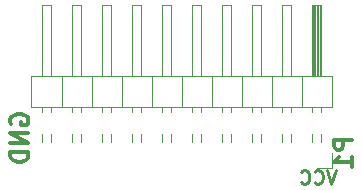
<source format=gbr>
G04 #@! TF.FileFunction,Legend,Bot*
%FSLAX46Y46*%
G04 Gerber Fmt 4.6, Leading zero omitted, Abs format (unit mm)*
G04 Created by KiCad (PCBNEW 4.0.5) date 05/28/17 11:37:27*
%MOMM*%
%LPD*%
G01*
G04 APERTURE LIST*
%ADD10C,0.150000*%
%ADD11C,0.285750*%
%ADD12C,0.304800*%
%ADD13C,0.120000*%
G04 APERTURE END LIST*
D10*
D11*
X42624000Y-7474071D02*
X42243000Y-8617071D01*
X41862000Y-7474071D01*
X40827857Y-8508214D02*
X40882286Y-8562643D01*
X41045572Y-8617071D01*
X41154429Y-8617071D01*
X41317714Y-8562643D01*
X41426572Y-8453786D01*
X41481000Y-8344929D01*
X41535429Y-8127214D01*
X41535429Y-7963929D01*
X41481000Y-7746214D01*
X41426572Y-7637357D01*
X41317714Y-7528500D01*
X41154429Y-7474071D01*
X41045572Y-7474071D01*
X40882286Y-7528500D01*
X40827857Y-7582929D01*
X39684857Y-8508214D02*
X39739286Y-8562643D01*
X39902572Y-8617071D01*
X40011429Y-8617071D01*
X40174714Y-8562643D01*
X40283572Y-8453786D01*
X40338000Y-8344929D01*
X40392429Y-8127214D01*
X40392429Y-7963929D01*
X40338000Y-7746214D01*
X40283572Y-7637357D01*
X40174714Y-7528500D01*
X40011429Y-7474071D01*
X39902572Y-7474071D01*
X39739286Y-7528500D01*
X39684857Y-7582929D01*
D12*
X15146000Y-3570858D02*
X15073429Y-3425715D01*
X15073429Y-3208001D01*
X15146000Y-2990286D01*
X15291143Y-2845144D01*
X15436286Y-2772572D01*
X15726571Y-2700001D01*
X15944286Y-2700001D01*
X16234571Y-2772572D01*
X16379714Y-2845144D01*
X16524857Y-2990286D01*
X16597429Y-3208001D01*
X16597429Y-3353144D01*
X16524857Y-3570858D01*
X16452286Y-3643429D01*
X15944286Y-3643429D01*
X15944286Y-3353144D01*
X16597429Y-4296572D02*
X15073429Y-4296572D01*
X16597429Y-5167429D01*
X15073429Y-5167429D01*
X16597429Y-5893143D02*
X15073429Y-5893143D01*
X15073429Y-6256000D01*
X15146000Y-6473715D01*
X15291143Y-6618857D01*
X15436286Y-6691429D01*
X15726571Y-6764000D01*
X15944286Y-6764000D01*
X16234571Y-6691429D01*
X16379714Y-6618857D01*
X16524857Y-6473715D01*
X16597429Y-6256000D01*
X16597429Y-5893143D01*
D13*
X42330000Y-2120000D02*
X39730000Y-2120000D01*
X39730000Y-2120000D02*
X39730000Y500000D01*
X39730000Y500000D02*
X42330000Y500000D01*
X42330000Y500000D02*
X42330000Y-2120000D01*
X41380000Y500000D02*
X40620000Y500000D01*
X40620000Y500000D02*
X40620000Y6500000D01*
X40620000Y6500000D02*
X41380000Y6500000D01*
X41380000Y6500000D02*
X41380000Y500000D01*
X41380000Y-2550000D02*
X41380000Y-2120000D01*
X40620000Y-2550000D02*
X40620000Y-2120000D01*
X41380000Y-5090000D02*
X41380000Y-4370000D01*
X40620000Y-5090000D02*
X40620000Y-4370000D01*
X41260000Y500000D02*
X41260000Y6500000D01*
X41140000Y500000D02*
X41140000Y6500000D01*
X41020000Y500000D02*
X41020000Y6500000D01*
X40900000Y500000D02*
X40900000Y6500000D01*
X40780000Y500000D02*
X40780000Y6500000D01*
X40660000Y500000D02*
X40660000Y6500000D01*
X39730000Y-2120000D02*
X37190000Y-2120000D01*
X37190000Y-2120000D02*
X37190000Y500000D01*
X37190000Y500000D02*
X39730000Y500000D01*
X39730000Y500000D02*
X39730000Y-2120000D01*
X38840000Y500000D02*
X38080000Y500000D01*
X38080000Y500000D02*
X38080000Y6500000D01*
X38080000Y6500000D02*
X38840000Y6500000D01*
X38840000Y6500000D02*
X38840000Y500000D01*
X38840000Y-2550000D02*
X38840000Y-2120000D01*
X38080000Y-2550000D02*
X38080000Y-2120000D01*
X38840000Y-5090000D02*
X38840000Y-4370000D01*
X38080000Y-5090000D02*
X38080000Y-4370000D01*
X37190000Y-2120000D02*
X34650000Y-2120000D01*
X34650000Y-2120000D02*
X34650000Y500000D01*
X34650000Y500000D02*
X37190000Y500000D01*
X37190000Y500000D02*
X37190000Y-2120000D01*
X36300000Y500000D02*
X35540000Y500000D01*
X35540000Y500000D02*
X35540000Y6500000D01*
X35540000Y6500000D02*
X36300000Y6500000D01*
X36300000Y6500000D02*
X36300000Y500000D01*
X36300000Y-2550000D02*
X36300000Y-2120000D01*
X35540000Y-2550000D02*
X35540000Y-2120000D01*
X36300000Y-5090000D02*
X36300000Y-4370000D01*
X35540000Y-5090000D02*
X35540000Y-4370000D01*
X34650000Y-2120000D02*
X32110000Y-2120000D01*
X32110000Y-2120000D02*
X32110000Y500000D01*
X32110000Y500000D02*
X34650000Y500000D01*
X34650000Y500000D02*
X34650000Y-2120000D01*
X33760000Y500000D02*
X33000000Y500000D01*
X33000000Y500000D02*
X33000000Y6500000D01*
X33000000Y6500000D02*
X33760000Y6500000D01*
X33760000Y6500000D02*
X33760000Y500000D01*
X33760000Y-2550000D02*
X33760000Y-2120000D01*
X33000000Y-2550000D02*
X33000000Y-2120000D01*
X33760000Y-5090000D02*
X33760000Y-4370000D01*
X33000000Y-5090000D02*
X33000000Y-4370000D01*
X32110000Y-2120000D02*
X29570000Y-2120000D01*
X29570000Y-2120000D02*
X29570000Y500000D01*
X29570000Y500000D02*
X32110000Y500000D01*
X32110000Y500000D02*
X32110000Y-2120000D01*
X31220000Y500000D02*
X30460000Y500000D01*
X30460000Y500000D02*
X30460000Y6500000D01*
X30460000Y6500000D02*
X31220000Y6500000D01*
X31220000Y6500000D02*
X31220000Y500000D01*
X31220000Y-2550000D02*
X31220000Y-2120000D01*
X30460000Y-2550000D02*
X30460000Y-2120000D01*
X31220000Y-5090000D02*
X31220000Y-4370000D01*
X30460000Y-5090000D02*
X30460000Y-4370000D01*
X29570000Y-2120000D02*
X27030000Y-2120000D01*
X27030000Y-2120000D02*
X27030000Y500000D01*
X27030000Y500000D02*
X29570000Y500000D01*
X29570000Y500000D02*
X29570000Y-2120000D01*
X28680000Y500000D02*
X27920000Y500000D01*
X27920000Y500000D02*
X27920000Y6500000D01*
X27920000Y6500000D02*
X28680000Y6500000D01*
X28680000Y6500000D02*
X28680000Y500000D01*
X28680000Y-2550000D02*
X28680000Y-2120000D01*
X27920000Y-2550000D02*
X27920000Y-2120000D01*
X28680000Y-5090000D02*
X28680000Y-4370000D01*
X27920000Y-5090000D02*
X27920000Y-4370000D01*
X27030000Y-2120000D02*
X24490000Y-2120000D01*
X24490000Y-2120000D02*
X24490000Y500000D01*
X24490000Y500000D02*
X27030000Y500000D01*
X27030000Y500000D02*
X27030000Y-2120000D01*
X26140000Y500000D02*
X25380000Y500000D01*
X25380000Y500000D02*
X25380000Y6500000D01*
X25380000Y6500000D02*
X26140000Y6500000D01*
X26140000Y6500000D02*
X26140000Y500000D01*
X26140000Y-2550000D02*
X26140000Y-2120000D01*
X25380000Y-2550000D02*
X25380000Y-2120000D01*
X26140000Y-5090000D02*
X26140000Y-4370000D01*
X25380000Y-5090000D02*
X25380000Y-4370000D01*
X24490000Y-2120000D02*
X21950000Y-2120000D01*
X21950000Y-2120000D02*
X21950000Y500000D01*
X21950000Y500000D02*
X24490000Y500000D01*
X24490000Y500000D02*
X24490000Y-2120000D01*
X23600000Y500000D02*
X22840000Y500000D01*
X22840000Y500000D02*
X22840000Y6500000D01*
X22840000Y6500000D02*
X23600000Y6500000D01*
X23600000Y6500000D02*
X23600000Y500000D01*
X23600000Y-2550000D02*
X23600000Y-2120000D01*
X22840000Y-2550000D02*
X22840000Y-2120000D01*
X23600000Y-5090000D02*
X23600000Y-4370000D01*
X22840000Y-5090000D02*
X22840000Y-4370000D01*
X21950000Y-2120000D02*
X19410000Y-2120000D01*
X19410000Y-2120000D02*
X19410000Y500000D01*
X19410000Y500000D02*
X21950000Y500000D01*
X21950000Y500000D02*
X21950000Y-2120000D01*
X21060000Y500000D02*
X20300000Y500000D01*
X20300000Y500000D02*
X20300000Y6500000D01*
X20300000Y6500000D02*
X21060000Y6500000D01*
X21060000Y6500000D02*
X21060000Y500000D01*
X21060000Y-2550000D02*
X21060000Y-2120000D01*
X20300000Y-2550000D02*
X20300000Y-2120000D01*
X21060000Y-5090000D02*
X21060000Y-4370000D01*
X20300000Y-5090000D02*
X20300000Y-4370000D01*
X19410000Y-2120000D02*
X16810000Y-2120000D01*
X16810000Y-2120000D02*
X16810000Y500000D01*
X16810000Y500000D02*
X19410000Y500000D01*
X19410000Y500000D02*
X19410000Y-2120000D01*
X18520000Y500000D02*
X17760000Y500000D01*
X17760000Y500000D02*
X17760000Y6500000D01*
X17760000Y6500000D02*
X18520000Y6500000D01*
X18520000Y6500000D02*
X18520000Y500000D01*
X18520000Y-2550000D02*
X18520000Y-2120000D01*
X17760000Y-2550000D02*
X17760000Y-2120000D01*
X18520000Y-5090000D02*
X18520000Y-4370000D01*
X17760000Y-5090000D02*
X17760000Y-4370000D01*
X41000000Y-7270000D02*
X42270000Y-7270000D01*
X42270000Y-7270000D02*
X42270000Y-6000000D01*
D12*
X43975429Y-4875143D02*
X42451429Y-4875143D01*
X42451429Y-5455715D01*
X42524000Y-5600857D01*
X42596571Y-5673429D01*
X42741714Y-5746000D01*
X42959429Y-5746000D01*
X43104571Y-5673429D01*
X43177143Y-5600857D01*
X43249714Y-5455715D01*
X43249714Y-4875143D01*
X43975429Y-7197429D02*
X43975429Y-6326572D01*
X43975429Y-6762000D02*
X42451429Y-6762000D01*
X42669143Y-6616857D01*
X42814286Y-6471715D01*
X42886857Y-6326572D01*
M02*

</source>
